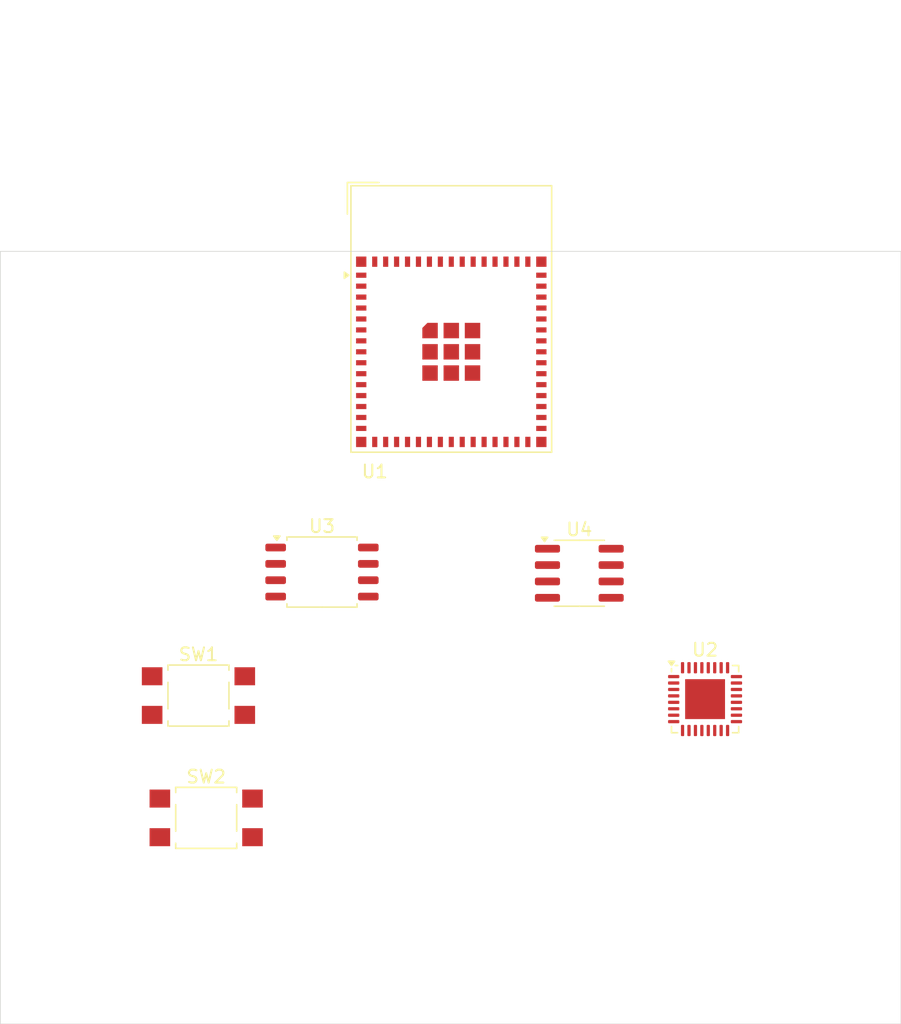
<source format=kicad_pcb>
(kicad_pcb (version 20240108) (generator "pcbnew") (generator_version "8.0")
  (title_block (title "soundbox"))
  (layers (0 "F.Cu" signal) (31 "B.Cu" signal) (34 "B.Paste" user) (35 "F.Paste" user) (36 "B.SilkS" user "B.Silkscreen") (37 "F.SilkS" user "F.Silkscreen") (38 "B.Mask" user) (39 "F.Mask" user) (44 "Edge.Cuts" user))
  (net 0 "")
  (net 5 "Net-(U1-GND-Pad1)")
  (net 48 "Net-(U2-PVDD-Pad21)")
  (net 52 "Net-(U2-PGND-Pad25)")
  (footprint "Button_Switch_SMD:SW_SPST_TL3305A" (layer "F.Cu") (at 126 114)
    (property "Reference" "SW2" (at 0 -3.2 0) (layer "F.SilkS"))
    (property "Value" "SW_Push")
    (fp_line (start -2.37 -2.37) (end -2.37 -1.97) (stroke (width 0.12)) (layer "F.SilkS"))
    (fp_line (start -2.37 -2.37) (end 2.37 -2.37) (stroke (width 0.12)) (layer "F.SilkS"))
    (fp_line (start -2.37 1.03) (end -2.37 -1.03) (stroke (width 0.12)) (layer "F.SilkS"))
    (fp_line (start -2.37 2.37) (end -2.37 1.97) (stroke (width 0.12)) (layer "F.SilkS"))
    (fp_line (start -2.37 2.37) (end 2.37 2.37) (stroke (width 0.12)) (layer "F.SilkS"))
    (fp_line (start 2.37 -2.37) (end 2.37 -1.97) (stroke (width 0.12)) (layer "F.SilkS"))
    (fp_line (start 2.37 1.03) (end 2.37 -1.03) (stroke (width 0.12)) (layer "F.SilkS"))
    (fp_line (start 2.37 2.37) (end 2.37 1.97) (stroke (width 0.12)) (layer "F.SilkS"))
    (pad "1" smd rect (at -3.6 -1.5) (size 1.6 1.4) (layers "F.Cu" "F.Paste" "F.Mask"))
    (pad "1" smd rect (at 3.6 -1.5) (size 1.6 1.4) (layers "F.Cu" "F.Paste" "F.Mask"))
    (pad "2" smd rect (at -3.6 1.5) (size 1.6 1.4) (layers "F.Cu" "F.Paste" "F.Mask"))
    (pad "2" smd rect (at 3.6 1.5) (size 1.6 1.4) (layers "F.Cu" "F.Paste" "F.Mask"))
  )
  (footprint "Package_SO:SOIC-8_3.9x4.9mm_P1.27mm" (layer "F.Cu") (at 155 95)
    (property "Reference" "U4" (at 0 -3.4 0) (layer "F.SilkS"))
    (property "Value" "25CSM04xxSN")
    (fp_line (start 0 -2.56) (end -1.95 -2.56) (stroke (width 0.12)) (layer "F.SilkS"))
    (fp_line (start 0 -2.56) (end 1.95 -2.56) (stroke (width 0.12)) (layer "F.SilkS"))
    (fp_line (start 0 2.56) (end -1.95 2.56) (stroke (width 0.12)) (layer "F.SilkS"))
    (fp_line (start 0 2.56) (end 1.95 2.56) (stroke (width 0.12)) (layer "F.SilkS"))
    (fp_poly (pts (xy -2.7 -2.465) (xy -2.94 -2.795) (xy -2.46 -2.795) (xy -2.7 -2.465)) (stroke (width 0.12)) (fill solid) (layer "F.SilkS"))
    (pad "1" smd roundrect (at -2.475 -1.905) (size 1.95 0.6) (layers "F.Cu" "F.Paste" "F.Mask"))
    (pad "2" smd roundrect (at -2.475 -0.635) (size 1.95 0.6) (layers "F.Cu" "F.Paste" "F.Mask"))
    (pad "3" smd roundrect (at -2.475 0.635) (size 1.95 0.6) (layers "F.Cu" "F.Paste" "F.Mask"))
    (pad "4" smd roundrect (at -2.475 1.905) (size 1.95 0.6) (layers "F.Cu" "F.Paste" "F.Mask"))
    (pad "5" smd roundrect (at 2.475 1.905) (size 1.95 0.6) (layers "F.Cu" "F.Paste" "F.Mask"))
    (pad "6" smd roundrect (at 2.475 0.635) (size 1.95 0.6) (layers "F.Cu" "F.Paste" "F.Mask"))
    (pad "7" smd roundrect (at 2.475 -0.635) (size 1.95 0.6) (layers "F.Cu" "F.Paste" "F.Mask"))
    (pad "8" smd roundrect (at 2.475 -1.905) (size 1.95 0.6) (layers "F.Cu" "F.Paste" "F.Mask"))
  )
  (footprint "RF_Module:ESP32-S2-MINI-1" (layer "F.Cu") (at 145.05 75.25)
    (property "Reference" "U1" (at -5.95 11.85 0) (layer "F.SilkS"))
    (property "Value" "ESP32-S3-MINI-1")
    (fp_line (start -8.075 -10.6) (end -8.075 -8.15) (stroke (width 0.12)) (layer "F.SilkS"))
    (fp_line (start -8.075 -10.6) (end -5.625 -10.6) (stroke (width 0.12)) (layer "F.SilkS"))
    (fp_line (start -7.8 -10.35) (end 7.8 -10.35) (stroke (width 0.12)) (layer "F.SilkS"))
    (fp_line (start -7.8 10.35) (end -7.8 -10.35) (stroke (width 0.12)) (layer "F.SilkS"))
    (fp_line (start 7.8 -10.35) (end 7.8 10.35) (stroke (width 0.12)) (layer "F.SilkS"))
    (fp_line (start 7.8 10.35) (end -7.8 10.35) (stroke (width 0.12)) (layer "F.SilkS"))
    (fp_poly (pts (xy -7.975 -3.4) (xy -8.311 -3.16) (xy -8.311 -3.64) (xy -7.975 -3.4)) (stroke (width 0.12)) (fill solid) (layer "F.SilkS"))
    (pad "1" smd rect (at -7 -3.4) (size 0.8 0.4) (layers "F.Cu" "F.Paste" "F.Mask") (net 5 "Net-(U1-GND-Pad1)"))
    (pad "2" smd rect (at -7 -2.55) (size 0.8 0.4) (layers "F.Cu" "F.Paste" "F.Mask") (net 5 "Net-(U1-GND-Pad1)"))
    (pad "3" smd rect (at -7 -1.7) (size 0.8 0.4) (layers "F.Cu" "F.Paste" "F.Mask"))
    (pad "4" smd rect (at -7 -0.85) (size 0.8 0.4) (layers "F.Cu" "F.Paste" "F.Mask"))
    (pad "5" smd rect (at -7 0) (size 0.8 0.4) (layers "F.Cu" "F.Paste" "F.Mask"))
    (pad "6" smd rect (at -7 0.85) (size 0.8 0.4) (layers "F.Cu" "F.Paste" "F.Mask"))
    (pad "7" smd rect (at -7 1.7) (size 0.8 0.4) (layers "F.Cu" "F.Paste" "F.Mask"))
    (pad "8" smd rect (at -7 2.55) (size 0.8 0.4) (layers "F.Cu" "F.Paste" "F.Mask"))
    (pad "9" smd rect (at -7 3.4) (size 0.8 0.4) (layers "F.Cu" "F.Paste" "F.Mask"))
    (pad "10" smd rect (at -7 4.25) (size 0.8 0.4) (layers "F.Cu" "F.Paste" "F.Mask"))
    (pad "11" smd rect (at -7 5.1) (size 0.8 0.4) (layers "F.Cu" "F.Paste" "F.Mask"))
    (pad "12" smd rect (at -7 5.95) (size 0.8 0.4) (layers "F.Cu" "F.Paste" "F.Mask"))
    (pad "13" smd rect (at -7 6.8) (size 0.8 0.4) (layers "F.Cu" "F.Paste" "F.Mask"))
    (pad "14" smd rect (at -7 7.65) (size 0.8 0.4) (layers "F.Cu" "F.Paste" "F.Mask"))
    (pad "15" smd rect (at -7 8.5) (size 0.8 0.4) (layers "F.Cu" "F.Paste" "F.Mask"))
    (pad "16" smd rect (at -5.95 9.55 90) (size 0.8 0.4) (layers "F.Cu" "F.Paste" "F.Mask"))
    (pad "17" smd rect (at -5.1 9.55 90) (size 0.8 0.4) (layers "F.Cu" "F.Paste" "F.Mask"))
    (pad "18" smd rect (at -4.25 9.55 90) (size 0.8 0.4) (layers "F.Cu" "F.Paste" "F.Mask"))
    (pad "19" smd rect (at -3.4 9.55 90) (size 0.8 0.4) (layers "F.Cu" "F.Paste" "F.Mask"))
    (pad "20" smd rect (at -2.55 9.55 90) (size 0.8 0.4) (layers "F.Cu" "F.Paste" "F.Mask"))
    (pad "21" smd rect (at -1.7 9.55 90) (size 0.8 0.4) (layers "F.Cu" "F.Paste" "F.Mask"))
    (pad "22" smd rect (at -0.85 9.55 90) (size 0.8 0.4) (layers "F.Cu" "F.Paste" "F.Mask"))
    (pad "23" smd rect (at 0 9.55 90) (size 0.8 0.4) (layers "F.Cu" "F.Paste" "F.Mask"))
    (pad "24" smd rect (at 0.85 9.55 90) (size 0.8 0.4) (layers "F.Cu" "F.Paste" "F.Mask"))
    (pad "25" smd rect (at 1.7 9.55 90) (size 0.8 0.4) (layers "F.Cu" "F.Paste" "F.Mask"))
    (pad "26" smd rect (at 2.55 9.55 90) (size 0.8 0.4) (layers "F.Cu" "F.Paste" "F.Mask"))
    (pad "27" smd rect (at 3.4 9.55 90) (size 0.8 0.4) (layers "F.Cu" "F.Paste" "F.Mask"))
    (pad "28" smd rect (at 4.25 9.55 90) (size 0.8 0.4) (layers "F.Cu" "F.Paste" "F.Mask"))
    (pad "29" smd rect (at 5.1 9.55 90) (size 0.8 0.4) (layers "F.Cu" "F.Paste" "F.Mask"))
    (pad "30" smd rect (at 5.95 9.55 90) (size 0.8 0.4) (layers "F.Cu" "F.Paste" "F.Mask"))
    (pad "31" smd rect (at 7 8.5) (size 0.8 0.4) (layers "F.Cu" "F.Paste" "F.Mask"))
    (pad "32" smd rect (at 7 7.65) (size 0.8 0.4) (layers "F.Cu" "F.Paste" "F.Mask"))
    (pad "33" smd rect (at 7 6.8) (size 0.8 0.4) (layers "F.Cu" "F.Paste" "F.Mask"))
    (pad "34" smd rect (at 7 5.95) (size 0.8 0.4) (layers "F.Cu" "F.Paste" "F.Mask"))
    (pad "35" smd rect (at 7 5.1) (size 0.8 0.4) (layers "F.Cu" "F.Paste" "F.Mask"))
    (pad "36" smd rect (at 7 4.25) (size 0.8 0.4) (layers "F.Cu" "F.Paste" "F.Mask"))
    (pad "37" smd rect (at 7 3.4) (size 0.8 0.4) (layers "F.Cu" "F.Paste" "F.Mask"))
    (pad "38" smd rect (at 7 2.55) (size 0.8 0.4) (layers "F.Cu" "F.Paste" "F.Mask"))
    (pad "39" smd rect (at 7 1.7) (size 0.8 0.4) (layers "F.Cu" "F.Paste" "F.Mask"))
    (pad "40" smd rect (at 7 0.85) (size 0.8 0.4) (layers "F.Cu" "F.Paste" "F.Mask"))
    (pad "41" smd rect (at 7 0) (size 0.8 0.4) (layers "F.Cu" "F.Paste" "F.Mask"))
    (pad "42" smd rect (at 7 -0.85) (size 0.8 0.4) (layers "F.Cu" "F.Paste" "F.Mask") (net 5 "Net-(U1-GND-Pad1)"))
    (pad "43" smd rect (at 7 -1.7) (size 0.8 0.4) (layers "F.Cu" "F.Paste" "F.Mask") (net 5 "Net-(U1-GND-Pad1)"))
    (pad "44" smd rect (at 7 -2.55) (size 0.8 0.4) (layers "F.Cu" "F.Paste" "F.Mask"))
    (pad "45" smd rect (at 7 -3.4) (size 0.8 0.4) (layers "F.Cu" "F.Paste" "F.Mask"))
    (pad "46" smd rect (at 5.95 -4.45 90) (size 0.8 0.4) (layers "F.Cu" "F.Paste" "F.Mask") (net 5 "Net-(U1-GND-Pad1)"))
    (pad "47" smd rect (at 5.1 -4.45 90) (size 0.8 0.4) (layers "F.Cu" "F.Paste" "F.Mask") (net 5 "Net-(U1-GND-Pad1)"))
    (pad "48" smd rect (at 4.25 -4.45 90) (size 0.8 0.4) (layers "F.Cu" "F.Paste" "F.Mask") (net 5 "Net-(U1-GND-Pad1)"))
    (pad "49" smd rect (at 3.4 -4.45 90) (size 0.8 0.4) (layers "F.Cu" "F.Paste" "F.Mask") (net 5 "Net-(U1-GND-Pad1)"))
    (pad "50" smd rect (at 2.55 -4.45 90) (size 0.8 0.4) (layers "F.Cu" "F.Paste" "F.Mask") (net 5 "Net-(U1-GND-Pad1)"))
    (pad "51" smd rect (at 1.7 -4.45 90) (size 0.8 0.4) (layers "F.Cu" "F.Paste" "F.Mask") (net 5 "Net-(U1-GND-Pad1)"))
    (pad "52" smd rect (at 0.85 -4.45 90) (size 0.8 0.4) (layers "F.Cu" "F.Paste" "F.Mask") (net 5 "Net-(U1-GND-Pad1)"))
    (pad "53" smd rect (at 0 -4.45 90) (size 0.8 0.4) (layers "F.Cu" "F.Paste" "F.Mask") (net 5 "Net-(U1-GND-Pad1)"))
    (pad "54" smd rect (at -0.85 -4.45 90) (size 0.8 0.4) (layers "F.Cu" "F.Paste" "F.Mask") (net 5 "Net-(U1-GND-Pad1)"))
    (pad "55" smd rect (at -1.7 -4.45 90) (size 0.8 0.4) (layers "F.Cu" "F.Paste" "F.Mask") (net 5 "Net-(U1-GND-Pad1)"))
    (pad "56" smd rect (at -2.55 -4.45 90) (size 0.8 0.4) (layers "F.Cu" "F.Paste" "F.Mask") (net 5 "Net-(U1-GND-Pad1)"))
    (pad "57" smd rect (at -3.4 -4.45 90) (size 0.8 0.4) (layers "F.Cu" "F.Paste" "F.Mask") (net 5 "Net-(U1-GND-Pad1)"))
    (pad "58" smd rect (at -4.25 -4.45 90) (size 0.8 0.4) (layers "F.Cu" "F.Paste" "F.Mask") (net 5 "Net-(U1-GND-Pad1)"))
    (pad "59" smd rect (at -5.1 -4.45 90) (size 0.8 0.4) (layers "F.Cu" "F.Paste" "F.Mask") (net 5 "Net-(U1-GND-Pad1)"))
    (pad "60" smd rect (at -5.95 -4.45 90) (size 0.8 0.4) (layers "F.Cu" "F.Paste" "F.Mask") (net 5 "Net-(U1-GND-Pad1)"))
    (pad "61" smd roundrect (at -1.65 0.9) (size 1.2 1.2) (layers "F.Cu" "F.Paste" "F.Mask") (roundrect_rratio 0) (chamfer_ratio 0.33) (chamfer top_left) (net 5 "Net-(U1-GND-Pad1)"))
    (pad "61" smd rect (at -1.65 2.55) (size 1.2 1.2) (layers "F.Cu" "F.Paste" "F.Mask") (net 5 "Net-(U1-GND-Pad1)"))
    (pad "61" smd rect (at -1.65 4.2) (size 1.2 1.2) (layers "F.Cu" "F.Paste" "F.Mask") (net 5 "Net-(U1-GND-Pad1)"))
    (pad "61" smd rect (at 0 0.9) (size 1.2 1.2) (layers "F.Cu" "F.Paste" "F.Mask") (net 5 "Net-(U1-GND-Pad1)"))
    (pad "61" smd rect (at 0 2.55) (size 1.2 1.2) (layers "F.Cu" "F.Paste" "F.Mask") (net 5 "Net-(U1-GND-Pad1)"))
    (pad "61" smd rect (at 0 4.2) (size 1.2 1.2) (layers "F.Cu" "F.Paste" "F.Mask") (net 5 "Net-(U1-GND-Pad1)"))
    (pad "61" smd rect (at 1.65 0.9) (size 1.2 1.2) (layers "F.Cu" "F.Paste" "F.Mask") (net 5 "Net-(U1-GND-Pad1)"))
    (pad "61" smd rect (at 1.65 2.55) (size 1.2 1.2) (layers "F.Cu" "F.Paste" "F.Mask") (net 5 "Net-(U1-GND-Pad1)"))
    (pad "61" smd rect (at 1.65 4.2) (size 1.2 1.2) (layers "F.Cu" "F.Paste" "F.Mask") (net 5 "Net-(U1-GND-Pad1)"))
    (pad "62" smd rect (at -7 -4.45) (size 0.8 0.8) (layers "F.Cu" "F.Paste" "F.Mask") (net 5 "Net-(U1-GND-Pad1)"))
    (pad "63" smd rect (at -7 9.55) (size 0.8 0.8) (layers "F.Cu" "F.Paste" "F.Mask") (net 5 "Net-(U1-GND-Pad1)"))
    (pad "64" smd rect (at 7 9.55) (size 0.8 0.8) (layers "F.Cu" "F.Paste" "F.Mask") (net 5 "Net-(U1-GND-Pad1)"))
    (pad "65" smd rect (at 7 -4.45) (size 0.8 0.8) (layers "F.Cu" "F.Paste" "F.Mask") (net 5 "Net-(U1-GND-Pad1)"))
  )
  (footprint "Button_Switch_SMD:SW_SPST_TL3305A" (layer "F.Cu") (at 125.4 104.5)
    (property "Reference" "SW1" (at 0 -3.2 0) (layer "F.SilkS"))
    (property "Value" "SW_Push")
    (fp_line (start -2.37 -2.37) (end -2.37 -1.97) (stroke (width 0.12)) (layer "F.SilkS"))
    (fp_line (start -2.37 -2.37) (end 2.37 -2.37) (stroke (width 0.12)) (layer "F.SilkS"))
    (fp_line (start -2.37 1.03) (end -2.37 -1.03) (stroke (width 0.12)) (layer "F.SilkS"))
    (fp_line (start -2.37 2.37) (end -2.37 1.97) (stroke (width 0.12)) (layer "F.SilkS"))
    (fp_line (start -2.37 2.37) (end 2.37 2.37) (stroke (width 0.12)) (layer "F.SilkS"))
    (fp_line (start 2.37 -2.37) (end 2.37 -1.97) (stroke (width 0.12)) (layer "F.SilkS"))
    (fp_line (start 2.37 1.03) (end 2.37 -1.03) (stroke (width 0.12)) (layer "F.SilkS"))
    (fp_line (start 2.37 2.37) (end 2.37 1.97) (stroke (width 0.12)) (layer "F.SilkS"))
    (pad "1" smd rect (at -3.6 -1.5) (size 1.6 1.4) (layers "F.Cu" "F.Paste" "F.Mask"))
    (pad "1" smd rect (at 3.6 -1.5) (size 1.6 1.4) (layers "F.Cu" "F.Paste" "F.Mask"))
    (pad "2" smd rect (at -3.6 1.5) (size 1.6 1.4) (layers "F.Cu" "F.Paste" "F.Mask"))
    (pad "2" smd rect (at 3.6 1.5) (size 1.6 1.4) (layers "F.Cu" "F.Paste" "F.Mask"))
  )
  (footprint "Package_DFN_QFN:VQFN-32-1EP_5x5mm_P0.5mm_EP3.1x3.1mm" (layer "F.Cu") (at 164.775 104.775)
    (property "Reference" "U2" (at 0 -3.83 0) (layer "F.SilkS"))
    (property "Value" "TAS5825MRHB")
    (fp_line (start -2.61 -2.135) (end -2.61 -2.37) (stroke (width 0.12)) (layer "F.SilkS"))
    (fp_line (start -2.61 2.61) (end -2.61 2.135) (stroke (width 0.12)) (layer "F.SilkS"))
    (fp_line (start -2.135 -2.61) (end -2.31 -2.61) (stroke (width 0.12)) (layer "F.SilkS"))
    (fp_line (start -2.135 2.61) (end -2.61 2.61) (stroke (width 0.12)) (layer "F.SilkS"))
    (fp_line (start 2.135 -2.61) (end 2.61 -2.61) (stroke (width 0.12)) (layer "F.SilkS"))
    (fp_line (start 2.135 2.61) (end 2.61 2.61) (stroke (width 0.12)) (layer "F.SilkS"))
    (fp_line (start 2.61 -2.61) (end 2.61 -2.135) (stroke (width 0.12)) (layer "F.SilkS"))
    (fp_line (start 2.61 2.61) (end 2.61 2.135) (stroke (width 0.12)) (layer "F.SilkS"))
    (fp_poly (pts (xy -2.61 -2.61) (xy -2.85 -2.94) (xy -2.37 -2.94) (xy -2.61 -2.61)) (stroke (width 0.12)) (fill solid) (layer "F.SilkS"))
    (pad "1" smd roundrect (at -2.4375 -1.75) (size 0.875 0.25) (layers "F.Cu" "F.Paste" "F.Mask"))
    (pad "2" smd roundrect (at -2.4375 -1.25) (size 0.875 0.25) (layers "F.Cu" "F.Paste" "F.Mask"))
    (pad "3" smd roundrect (at -2.4375 -0.75) (size 0.875 0.25) (layers "F.Cu" "F.Paste" "F.Mask") (net 48 "Net-(U2-PVDD-Pad21)"))
    (pad "4" smd roundrect (at -2.4375 -0.25) (size 0.875 0.25) (layers "F.Cu" "F.Paste" "F.Mask") (net 48 "Net-(U2-PVDD-Pad21)"))
    (pad "5" smd roundrect (at -2.4375 0.25) (size 0.875 0.25) (layers "F.Cu" "F.Paste" "F.Mask"))
    (pad "6" smd roundrect (at -2.4375 0.75) (size 0.875 0.25) (layers "F.Cu" "F.Paste" "F.Mask"))
    (pad "7" smd roundrect (at -2.4375 1.25) (size 0.875 0.25) (layers "F.Cu" "F.Paste" "F.Mask"))
    (pad "8" smd roundrect (at -2.4375 1.75) (size 0.875 0.25) (layers "F.Cu" "F.Paste" "F.Mask"))
    (pad "9" smd roundrect (at -1.75 2.4375) (size 0.25 0.875) (layers "F.Cu" "F.Paste" "F.Mask"))
    (pad "10" smd roundrect (at -1.25 2.4375) (size 0.25 0.875) (layers "F.Cu" "F.Paste" "F.Mask"))
    (pad "11" smd roundrect (at -0.75 2.4375) (size 0.25 0.875) (layers "F.Cu" "F.Paste" "F.Mask"))
    (pad "12" smd roundrect (at -0.25 2.4375) (size 0.25 0.875) (layers "F.Cu" "F.Paste" "F.Mask"))
    (pad "13" smd roundrect (at 0.25 2.4375) (size 0.25 0.875) (layers "F.Cu" "F.Paste" "F.Mask"))
    (pad "14" smd roundrect (at 0.75 2.4375) (size 0.25 0.875) (layers "F.Cu" "F.Paste" "F.Mask"))
    (pad "15" smd roundrect (at 1.25 2.4375) (size 0.25 0.875) (layers "F.Cu" "F.Paste" "F.Mask"))
    (pad "16" smd roundrect (at 1.75 2.4375) (size 0.25 0.875) (layers "F.Cu" "F.Paste" "F.Mask"))
    (pad "17" smd roundrect (at 2.4375 1.75) (size 0.875 0.25) (layers "F.Cu" "F.Paste" "F.Mask"))
    (pad "18" smd roundrect (at 2.4375 1.25) (size 0.875 0.25) (layers "F.Cu" "F.Paste" "F.Mask"))
    (pad "19" smd roundrect (at 2.4375 0.75) (size 0.875 0.25) (layers "F.Cu" "F.Paste" "F.Mask"))
    (pad "20" smd roundrect (at 2.4375 0.25) (size 0.875 0.25) (layers "F.Cu" "F.Paste" "F.Mask"))
    (pad "21" smd roundrect (at 2.4375 -0.25) (size 0.875 0.25) (layers "F.Cu" "F.Paste" "F.Mask") (net 48 "Net-(U2-PVDD-Pad21)"))
    (pad "22" smd roundrect (at 2.4375 -0.75) (size 0.875 0.25) (layers "F.Cu" "F.Paste" "F.Mask") (net 48 "Net-(U2-PVDD-Pad21)"))
    (pad "23" smd roundrect (at 2.4375 -1.25) (size 0.875 0.25) (layers "F.Cu" "F.Paste" "F.Mask"))
    (pad "24" smd roundrect (at 2.4375 -1.75) (size 0.875 0.25) (layers "F.Cu" "F.Paste" "F.Mask"))
    (pad "25" smd roundrect (at 1.75 -2.4375) (size 0.25 0.875) (layers "F.Cu" "F.Paste" "F.Mask") (net 52 "Net-(U2-PGND-Pad25)"))
    (pad "26" smd roundrect (at 1.25 -2.4375) (size 0.25 0.875) (layers "F.Cu" "F.Paste" "F.Mask") (net 52 "Net-(U2-PGND-Pad25)"))
    (pad "27" smd roundrect (at 0.75 -2.4375) (size 0.25 0.875) (layers "F.Cu" "F.Paste" "F.Mask"))
    (pad "28" smd roundrect (at 0.25 -2.4375) (size 0.25 0.875) (layers "F.Cu" "F.Paste" "F.Mask"))
    (pad "29" smd roundrect (at -0.25 -2.4375) (size 0.25 0.875) (layers "F.Cu" "F.Paste" "F.Mask"))
    (pad "30" smd roundrect (at -0.75 -2.4375) (size 0.25 0.875) (layers "F.Cu" "F.Paste" "F.Mask"))
    (pad "31" smd roundrect (at -1.25 -2.4375) (size 0.25 0.875) (layers "F.Cu" "F.Paste" "F.Mask") (net 52 "Net-(U2-PGND-Pad25)"))
    (pad "32" smd roundrect (at -1.75 -2.4375) (size 0.25 0.875) (layers "F.Cu" "F.Paste" "F.Mask") (net 52 "Net-(U2-PGND-Pad25)"))
    (pad "33" smd rect (at 0 0) (size 3.1 3.1) (property pad_prop_heatsink) (layers "F.Cu" "F.Mask"))
  )
  (footprint "Package_SO:SOIC-8_5.23x5.23mm_P1.27mm" (layer "F.Cu") (at 135 94.905)
    (property "Reference" "U3" (at 0 -3.56 0) (layer "F.SilkS"))
    (property "Value" "W25Q32JVSS")
    (fp_line (start -2.725 -2.725) (end -2.725 -2.465) (stroke (width 0.12)) (layer "F.SilkS"))
    (fp_line (start -2.725 2.725) (end -2.725 2.465) (stroke (width 0.12)) (layer "F.SilkS"))
    (fp_line (start 0 -2.725) (end -2.725 -2.725) (stroke (width 0.12)) (layer "F.SilkS"))
    (fp_line (start 0 -2.725) (end 2.725 -2.725) (stroke (width 0.12)) (layer "F.SilkS"))
    (fp_line (start 0 2.725) (end -2.725 2.725) (stroke (width 0.12)) (layer "F.SilkS"))
    (fp_line (start 0 2.725) (end 2.725 2.725) (stroke (width 0.12)) (layer "F.SilkS"))
    (fp_line (start 2.725 -2.725) (end 2.725 -2.465) (stroke (width 0.12)) (layer "F.SilkS"))
    (fp_line (start 2.725 2.725) (end 2.725 2.465) (stroke (width 0.12)) (layer "F.SilkS"))
    (fp_poly (pts (xy -3.5075 -2.465) (xy -3.7475 -2.795) (xy -3.2675 -2.795) (xy -3.5075 -2.465)) (stroke (width 0.12)) (fill solid) (layer "F.SilkS"))
    (pad "1" smd roundrect (at -3.6 -1.905) (size 1.6 0.6) (layers "F.Cu" "F.Paste" "F.Mask"))
    (pad "2" smd roundrect (at -3.6 -0.635) (size 1.6 0.6) (layers "F.Cu" "F.Paste" "F.Mask"))
    (pad "3" smd roundrect (at -3.6 0.635) (size 1.6 0.6) (layers "F.Cu" "F.Paste" "F.Mask"))
    (pad "4" smd roundrect (at -3.6 1.905) (size 1.6 0.6) (layers "F.Cu" "F.Paste" "F.Mask"))
    (pad "5" smd roundrect (at 3.6 1.905) (size 1.6 0.6) (layers "F.Cu" "F.Paste" "F.Mask"))
    (pad "6" smd roundrect (at 3.6 0.635) (size 1.6 0.6) (layers "F.Cu" "F.Paste" "F.Mask"))
    (pad "7" smd roundrect (at 3.6 -0.635) (size 1.6 0.6) (layers "F.Cu" "F.Paste" "F.Mask"))
    (pad "8" smd roundrect (at 3.6 -1.905) (size 1.6 0.6) (layers "F.Cu" "F.Paste" "F.Mask"))
  )
  (gr_rect (start 110 70) (end 180 130) (stroke (width 0.05)) (fill none) (layer "Edge.Cuts"))
)
</source>
